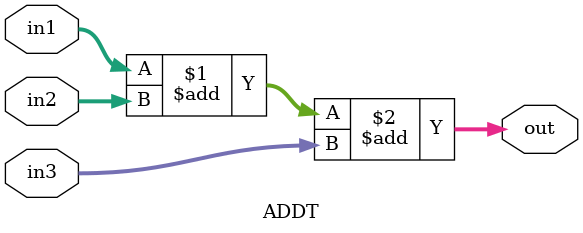
<source format=sv>
module ADDT(
    input [23:0] in1, in2, in3,
    output signed [23:0] out
);
assign out = $signed(in1) + $signed(in2) + $signed(in3);
endmodule
</source>
